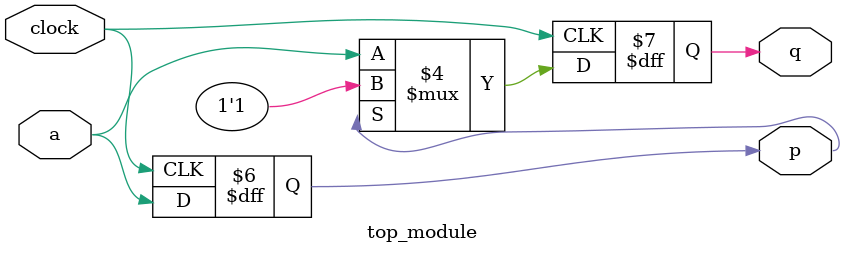
<source format=sv>
module top_module (
    input clock,
    input a, 
    output reg p,
    output reg q
);

always @(posedge clock) begin
    // Update p
    p <= a;

    // Update q
    if (p == 1'b1) begin
        q <= 1'b1;
    end else begin
        q <= a;
    end
end

endmodule

</source>
